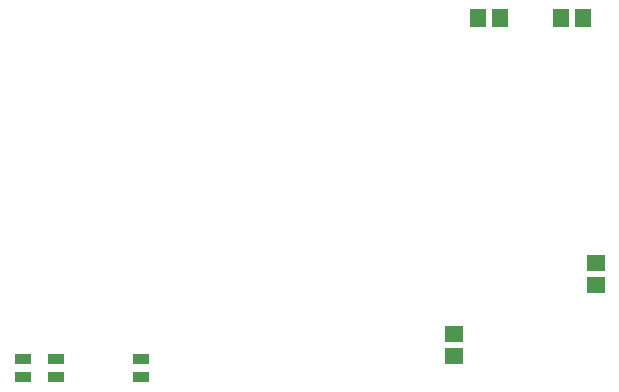
<source format=gtp>
G04*
G04 #@! TF.GenerationSoftware,Altium Limited,Altium Designer,20.2.6 (244)*
G04*
G04 Layer_Color=8421504*
%FSLAX25Y25*%
%MOIN*%
G70*
G04*
G04 #@! TF.SameCoordinates,29AB004D-2CC8-4C0B-A097-626F2230A58D*
G04*
G04*
G04 #@! TF.FilePolarity,Positive*
G04*
G01*
G75*
%ADD10R,0.05315X0.03740*%
%ADD11R,0.05512X0.06102*%
%ADD12R,0.06102X0.05512*%
D10*
X76800Y14853D02*
D03*
Y8947D02*
D03*
X48500Y14853D02*
D03*
Y8947D02*
D03*
X37400Y14853D02*
D03*
Y8947D02*
D03*
D11*
X196654Y128560D02*
D03*
X189173D02*
D03*
X224213Y128560D02*
D03*
X216732D02*
D03*
D12*
X228346Y39567D02*
D03*
Y47047D02*
D03*
X181102Y23425D02*
D03*
Y15945D02*
D03*
M02*

</source>
